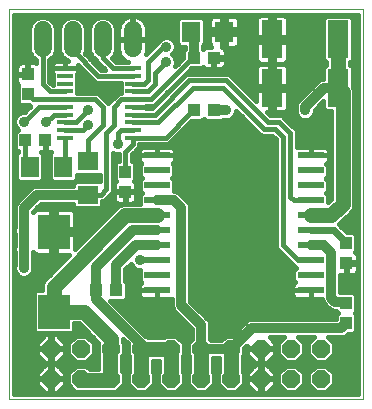
<source format=gtl>
G75*
%MOIN*%
%OFA0B0*%
%FSLAX25Y25*%
%IPPOS*%
%LPD*%
%AMOC8*
5,1,8,0,0,1.08239X$1,22.5*
%
%ADD10C,0.00000*%
%ADD11R,0.06299X0.07087*%
%ADD12R,0.08661X0.02362*%
%ADD13R,0.05315X0.01575*%
%ADD14R,0.03937X0.04331*%
%ADD15R,0.04331X0.03937*%
%ADD16R,0.07098X0.06299*%
%ADD17R,0.07087X0.12598*%
%ADD18OC8,0.06000*%
%ADD19C,0.06000*%
%ADD20R,0.06299X0.07098*%
%ADD21R,0.10630X0.11614*%
%ADD22C,0.01600*%
%ADD23C,0.03562*%
%ADD24C,0.03200*%
%ADD25C,0.05000*%
%ADD26C,0.02400*%
D10*
X0016800Y0033989D02*
X0016800Y0163910D01*
X0134910Y0163910D01*
X0134910Y0033989D01*
X0016800Y0033989D01*
D11*
X0077538Y0156489D03*
X0088562Y0156489D03*
D12*
X0066209Y0115239D03*
X0066209Y0110239D03*
X0066209Y0105239D03*
X0066209Y0100239D03*
X0066209Y0095239D03*
X0066209Y0090239D03*
X0066209Y0085239D03*
X0066209Y0080239D03*
X0066209Y0075239D03*
X0066209Y0070239D03*
X0117391Y0070239D03*
X0117391Y0075239D03*
X0117391Y0080239D03*
X0117391Y0085239D03*
X0117391Y0090239D03*
X0117391Y0095239D03*
X0117391Y0100239D03*
X0117391Y0105239D03*
X0117391Y0110239D03*
X0117391Y0115239D03*
D13*
X0058119Y0121223D03*
X0058119Y0123782D03*
X0058119Y0126341D03*
X0058119Y0128900D03*
X0058119Y0131459D03*
X0058119Y0134019D03*
X0058119Y0136578D03*
X0058119Y0139137D03*
X0058119Y0141696D03*
X0058119Y0144255D03*
X0035481Y0144255D03*
X0035481Y0141696D03*
X0035481Y0139137D03*
X0035481Y0136578D03*
X0035481Y0134019D03*
X0035481Y0131459D03*
X0035481Y0128900D03*
X0035481Y0126341D03*
X0035481Y0123782D03*
X0035481Y0121223D03*
D14*
X0028896Y0120239D03*
X0022204Y0120239D03*
X0023050Y0135643D03*
X0023050Y0142335D03*
X0055550Y0109835D03*
X0055550Y0103143D03*
X0078454Y0130239D03*
X0085146Y0130239D03*
X0129300Y0086085D03*
X0129300Y0079393D03*
X0129300Y0066085D03*
X0129300Y0059393D03*
D15*
X0085146Y0147739D03*
X0078454Y0147739D03*
X0052646Y0070239D03*
X0045954Y0070239D03*
D16*
X0043050Y0102141D03*
X0043050Y0113337D03*
D17*
X0104526Y0137739D03*
X0104526Y0153989D03*
X0126574Y0153989D03*
X0126574Y0137739D03*
D18*
X0120855Y0050800D03*
X0120855Y0040800D03*
X0110855Y0040800D03*
X0110855Y0050800D03*
X0100855Y0050800D03*
X0090855Y0050800D03*
X0090855Y0040800D03*
X0100855Y0040800D03*
X0080855Y0040800D03*
X0080855Y0050800D03*
X0070855Y0050800D03*
X0070855Y0040800D03*
X0060855Y0040800D03*
X0050855Y0040800D03*
X0050855Y0050800D03*
X0060855Y0050800D03*
X0040855Y0050800D03*
X0040855Y0040800D03*
X0030855Y0040800D03*
X0030855Y0050800D03*
D19*
X0028050Y0150989D02*
X0028050Y0156989D01*
X0038050Y0156989D02*
X0038050Y0150989D01*
X0048050Y0150989D02*
X0048050Y0156989D01*
X0058050Y0156989D02*
X0058050Y0150989D01*
D20*
X0034898Y0111489D03*
X0023702Y0111489D03*
D21*
X0031800Y0089776D03*
X0031800Y0063202D03*
D22*
X0038515Y0059302D02*
X0038515Y0056815D01*
X0037695Y0055994D01*
X0025905Y0055994D01*
X0025085Y0056815D01*
X0025085Y0069589D01*
X0025905Y0070409D01*
X0027900Y0070409D01*
X0027900Y0072265D01*
X0028494Y0073698D01*
X0029591Y0074795D01*
X0036965Y0082169D01*
X0032600Y0082169D01*
X0032600Y0088976D01*
X0031000Y0088976D01*
X0031000Y0082169D01*
X0026248Y0082169D01*
X0025790Y0082292D01*
X0025380Y0082529D01*
X0025045Y0082864D01*
X0024889Y0083134D01*
X0024800Y0082919D01*
X0024800Y0078809D01*
X0024981Y0078372D01*
X0024981Y0077106D01*
X0024497Y0075937D01*
X0023602Y0075042D01*
X0022433Y0074558D01*
X0021167Y0074558D01*
X0019998Y0075042D01*
X0019103Y0075937D01*
X0018619Y0077106D01*
X0018619Y0078372D01*
X0018800Y0078809D01*
X0018800Y0082919D01*
X0018619Y0083356D01*
X0018619Y0084622D01*
X0018800Y0085059D01*
X0018800Y0089169D01*
X0018619Y0089606D01*
X0018619Y0090872D01*
X0018800Y0091309D01*
X0018800Y0098336D01*
X0019257Y0099438D01*
X0024502Y0104684D01*
X0025605Y0105141D01*
X0038101Y0105141D01*
X0038101Y0105870D01*
X0038921Y0106690D01*
X0047100Y0106690D01*
X0047100Y0108788D01*
X0039448Y0108788D01*
X0039448Y0107360D01*
X0038628Y0106540D01*
X0031169Y0106540D01*
X0030349Y0107360D01*
X0030349Y0115618D01*
X0031004Y0116274D01*
X0029081Y0116274D01*
X0029081Y0120055D01*
X0028712Y0120055D01*
X0028712Y0116274D01*
X0027596Y0116274D01*
X0028251Y0115618D01*
X0028251Y0107360D01*
X0027431Y0106540D01*
X0019972Y0106540D01*
X0019152Y0107360D01*
X0019152Y0115618D01*
X0019972Y0116438D01*
X0020004Y0116438D01*
X0020004Y0116674D01*
X0019655Y0116674D01*
X0018835Y0117494D01*
X0018835Y0122984D01*
X0019655Y0123804D01*
X0019986Y0123804D01*
X0019103Y0124687D01*
X0018619Y0125856D01*
X0018619Y0127122D01*
X0019103Y0128291D01*
X0019998Y0129186D01*
X0021167Y0129670D01*
X0021870Y0129670D01*
X0024005Y0131805D01*
X0023861Y0131803D01*
X0023845Y0131819D01*
X0023822Y0131819D01*
X0023563Y0132077D01*
X0020502Y0132077D01*
X0019681Y0132897D01*
X0019681Y0138388D01*
X0020006Y0138712D01*
X0019976Y0138730D01*
X0019641Y0139065D01*
X0019404Y0139475D01*
X0019281Y0139933D01*
X0019281Y0142151D01*
X0022866Y0142151D01*
X0022866Y0142520D01*
X0022866Y0146301D01*
X0020845Y0146301D01*
X0020387Y0146178D01*
X0019976Y0145941D01*
X0019641Y0145606D01*
X0019404Y0145196D01*
X0019281Y0144738D01*
X0019281Y0142520D01*
X0022866Y0142520D01*
X0023234Y0142520D01*
X0023234Y0146301D01*
X0025255Y0146301D01*
X0025713Y0146178D01*
X0025850Y0146099D01*
X0025850Y0147138D01*
X0025558Y0147259D01*
X0024320Y0148497D01*
X0023650Y0150114D01*
X0023650Y0157864D01*
X0024320Y0159481D01*
X0025558Y0160719D01*
X0027175Y0161389D01*
X0028925Y0161389D01*
X0030542Y0160719D01*
X0031780Y0159481D01*
X0032450Y0157864D01*
X0032450Y0150114D01*
X0031780Y0148497D01*
X0030542Y0147259D01*
X0030250Y0147138D01*
X0030250Y0139900D01*
X0031373Y0138778D01*
X0031424Y0138778D01*
X0031424Y0142322D01*
X0031383Y0142362D01*
X0031146Y0142773D01*
X0031024Y0143230D01*
X0031024Y0144255D01*
X0035481Y0144255D01*
X0035481Y0146842D01*
X0032587Y0146842D01*
X0032129Y0146719D01*
X0031718Y0146482D01*
X0031383Y0146147D01*
X0031146Y0145737D01*
X0031024Y0145279D01*
X0031024Y0144255D01*
X0035481Y0144255D01*
X0035481Y0144255D01*
X0035481Y0146842D01*
X0036564Y0146842D01*
X0035558Y0147259D01*
X0034320Y0148497D01*
X0033650Y0150114D01*
X0033650Y0157864D01*
X0034320Y0159481D01*
X0035558Y0160719D01*
X0037175Y0161389D01*
X0038925Y0161389D01*
X0040542Y0160719D01*
X0041780Y0159481D01*
X0042450Y0157864D01*
X0042450Y0150114D01*
X0042109Y0149291D01*
X0047505Y0143896D01*
X0048782Y0143896D01*
X0047139Y0145539D01*
X0045850Y0146828D01*
X0045850Y0147138D01*
X0045558Y0147259D01*
X0044320Y0148497D01*
X0043650Y0150114D01*
X0043650Y0157864D01*
X0044320Y0159481D01*
X0045558Y0160719D01*
X0047175Y0161389D01*
X0048925Y0161389D01*
X0050542Y0160719D01*
X0051780Y0159481D01*
X0052450Y0157864D01*
X0052450Y0150114D01*
X0051780Y0148497D01*
X0051092Y0147808D01*
X0052446Y0146455D01*
X0056472Y0146455D01*
X0056207Y0146541D01*
X0055534Y0146884D01*
X0054923Y0147328D01*
X0054389Y0147862D01*
X0053945Y0148473D01*
X0053602Y0149146D01*
X0053368Y0149865D01*
X0053250Y0150611D01*
X0053250Y0153789D01*
X0057850Y0153789D01*
X0057850Y0154189D01*
X0057850Y0161789D01*
X0057672Y0161789D01*
X0056926Y0161671D01*
X0056207Y0161437D01*
X0055534Y0161094D01*
X0054923Y0160650D01*
X0054389Y0160116D01*
X0053945Y0159505D01*
X0053602Y0158832D01*
X0053368Y0158113D01*
X0053250Y0157367D01*
X0053250Y0154189D01*
X0057850Y0154189D01*
X0058250Y0154189D01*
X0058250Y0161789D01*
X0058428Y0161789D01*
X0059174Y0161671D01*
X0059893Y0161437D01*
X0060566Y0161094D01*
X0061177Y0160650D01*
X0061711Y0160116D01*
X0062155Y0159505D01*
X0062498Y0158832D01*
X0062732Y0158113D01*
X0062850Y0157367D01*
X0062850Y0154189D01*
X0058250Y0154189D01*
X0058250Y0153789D01*
X0062850Y0153789D01*
X0062850Y0150611D01*
X0062732Y0149865D01*
X0062498Y0149146D01*
X0062397Y0148947D01*
X0065850Y0152400D01*
X0066506Y0153056D01*
X0066603Y0153291D01*
X0067498Y0154186D01*
X0068667Y0154670D01*
X0069933Y0154670D01*
X0071102Y0154186D01*
X0071997Y0153291D01*
X0072481Y0152122D01*
X0072481Y0150856D01*
X0071997Y0149687D01*
X0071299Y0148989D01*
X0071997Y0148291D01*
X0072481Y0147122D01*
X0072481Y0145856D01*
X0072116Y0144976D01*
X0074888Y0147747D01*
X0074888Y0150287D01*
X0075454Y0150853D01*
X0075454Y0151546D01*
X0073809Y0151546D01*
X0072989Y0152366D01*
X0072989Y0160612D01*
X0073809Y0161432D01*
X0081268Y0161432D01*
X0082088Y0160612D01*
X0082088Y0152366D01*
X0081454Y0151732D01*
X0081454Y0150853D01*
X0081523Y0150783D01*
X0081541Y0150813D01*
X0081876Y0151148D01*
X0082286Y0151385D01*
X0082744Y0151507D01*
X0084305Y0151507D01*
X0083972Y0151840D01*
X0083735Y0152251D01*
X0083612Y0152709D01*
X0083612Y0155714D01*
X0087787Y0155714D01*
X0089337Y0155714D01*
X0089337Y0157264D01*
X0093511Y0157264D01*
X0093511Y0160269D01*
X0093389Y0160727D01*
X0093152Y0161138D01*
X0092817Y0161473D01*
X0092406Y0161710D01*
X0091948Y0161832D01*
X0089337Y0161832D01*
X0089337Y0157264D01*
X0087787Y0157264D01*
X0087787Y0161832D01*
X0085175Y0161832D01*
X0084717Y0161710D01*
X0084307Y0161473D01*
X0083972Y0161138D01*
X0083735Y0160727D01*
X0083612Y0160269D01*
X0083612Y0157264D01*
X0087787Y0157264D01*
X0087787Y0155714D01*
X0087787Y0151444D01*
X0088007Y0151385D01*
X0088417Y0151148D01*
X0088752Y0150813D01*
X0088989Y0150402D01*
X0089112Y0149944D01*
X0089112Y0147923D01*
X0085331Y0147923D01*
X0085331Y0147555D01*
X0089112Y0147555D01*
X0089112Y0145533D01*
X0088989Y0145076D01*
X0088752Y0144665D01*
X0088417Y0144330D01*
X0088007Y0144093D01*
X0087549Y0143970D01*
X0085331Y0143970D01*
X0085331Y0147555D01*
X0084962Y0147555D01*
X0084962Y0143970D01*
X0082744Y0143970D01*
X0082286Y0144093D01*
X0081876Y0144330D01*
X0081541Y0144665D01*
X0081523Y0144695D01*
X0081199Y0144370D01*
X0077734Y0144370D01*
X0065182Y0131819D01*
X0062576Y0131819D01*
X0062576Y0131459D01*
X0058119Y0131459D01*
X0058119Y0131459D01*
X0062576Y0131459D01*
X0062576Y0131100D01*
X0064550Y0131100D01*
X0074600Y0141150D01*
X0075889Y0142439D01*
X0090211Y0142439D01*
X0099183Y0133467D01*
X0099183Y0136939D01*
X0103726Y0136939D01*
X0103726Y0138539D01*
X0099183Y0138539D01*
X0099183Y0144275D01*
X0099306Y0144733D01*
X0099543Y0145143D01*
X0099878Y0145479D01*
X0100288Y0145716D01*
X0100746Y0145838D01*
X0103726Y0145838D01*
X0103726Y0138539D01*
X0105326Y0138539D01*
X0105326Y0145838D01*
X0108307Y0145838D01*
X0108764Y0145716D01*
X0109175Y0145479D01*
X0109510Y0145143D01*
X0109747Y0144733D01*
X0109870Y0144275D01*
X0109870Y0138539D01*
X0105326Y0138539D01*
X0105326Y0136939D01*
X0105326Y0129640D01*
X0108307Y0129640D01*
X0108764Y0129762D01*
X0109175Y0129999D01*
X0109510Y0130335D01*
X0109747Y0130745D01*
X0109870Y0131203D01*
X0109870Y0136939D01*
X0105326Y0136939D01*
X0103726Y0136939D01*
X0103726Y0129640D01*
X0103010Y0129640D01*
X0103961Y0128689D01*
X0107711Y0128689D01*
X0109000Y0127400D01*
X0112750Y0123650D01*
X0112750Y0118201D01*
X0112823Y0118220D01*
X0117390Y0118220D01*
X0117390Y0115239D01*
X0117391Y0115239D01*
X0123521Y0115239D01*
X0123521Y0116657D01*
X0123399Y0117115D01*
X0123162Y0117525D01*
X0122826Y0117860D01*
X0122416Y0118097D01*
X0121958Y0118220D01*
X0117391Y0118220D01*
X0117391Y0115239D01*
X0117391Y0115239D01*
X0123521Y0115239D01*
X0123521Y0113821D01*
X0123399Y0113363D01*
X0123162Y0112953D01*
X0122826Y0112618D01*
X0122622Y0112499D01*
X0123121Y0112000D01*
X0123121Y0108478D01*
X0122382Y0107739D01*
X0123121Y0107000D01*
X0123121Y0103478D01*
X0122382Y0102739D01*
X0123121Y0102000D01*
X0123121Y0099576D01*
X0124150Y0100604D01*
X0124150Y0130040D01*
X0122450Y0130040D01*
X0121630Y0130860D01*
X0121630Y0133327D01*
X0118731Y0130427D01*
X0118731Y0129606D01*
X0118247Y0128437D01*
X0117352Y0127542D01*
X0116183Y0127058D01*
X0114917Y0127058D01*
X0113748Y0127542D01*
X0112853Y0128437D01*
X0112369Y0129606D01*
X0112369Y0130872D01*
X0112550Y0131309D01*
X0112550Y0132086D01*
X0113007Y0133188D01*
X0113851Y0134032D01*
X0119257Y0139438D01*
X0120101Y0140282D01*
X0121203Y0140739D01*
X0121630Y0140739D01*
X0121630Y0144618D01*
X0122450Y0145438D01*
X0122674Y0145438D01*
X0122674Y0146290D01*
X0122450Y0146290D01*
X0121630Y0147110D01*
X0121630Y0160868D01*
X0122450Y0161688D01*
X0130697Y0161688D01*
X0131517Y0160868D01*
X0131517Y0147110D01*
X0130697Y0146290D01*
X0130474Y0146290D01*
X0130474Y0145438D01*
X0130697Y0145438D01*
X0131517Y0144618D01*
X0131517Y0138084D01*
X0131950Y0137038D01*
X0131950Y0098213D01*
X0131356Y0096780D01*
X0127606Y0093030D01*
X0126819Y0092243D01*
X0129412Y0089651D01*
X0131848Y0089651D01*
X0132668Y0088831D01*
X0132668Y0083340D01*
X0132344Y0083015D01*
X0132374Y0082998D01*
X0132709Y0082663D01*
X0132946Y0082253D01*
X0133068Y0081795D01*
X0133068Y0079577D01*
X0129484Y0079577D01*
X0129484Y0079208D01*
X0129484Y0075427D01*
X0131505Y0075427D01*
X0131963Y0075550D01*
X0132374Y0075787D01*
X0132709Y0076122D01*
X0132946Y0076532D01*
X0133068Y0076990D01*
X0133068Y0079208D01*
X0129484Y0079208D01*
X0129116Y0079208D01*
X0129116Y0075427D01*
X0127300Y0075427D01*
X0127300Y0069651D01*
X0131848Y0069651D01*
X0132668Y0068831D01*
X0132668Y0063340D01*
X0132067Y0062739D01*
X0132668Y0062138D01*
X0132668Y0056647D01*
X0131848Y0055827D01*
X0129977Y0055827D01*
X0129346Y0055196D01*
X0128243Y0054739D01*
X0123139Y0054739D01*
X0125255Y0052623D01*
X0125255Y0048977D01*
X0122678Y0046400D01*
X0119033Y0046400D01*
X0116455Y0048977D01*
X0116455Y0052623D01*
X0118572Y0054739D01*
X0113139Y0054739D01*
X0115255Y0052623D01*
X0115255Y0048977D01*
X0112678Y0046400D01*
X0109033Y0046400D01*
X0106455Y0048977D01*
X0106455Y0052623D01*
X0108572Y0054739D01*
X0103704Y0054739D01*
X0105655Y0052788D01*
X0105655Y0051000D01*
X0101055Y0051000D01*
X0101055Y0050600D01*
X0101055Y0046000D01*
X0102843Y0046000D01*
X0105655Y0048812D01*
X0105655Y0050600D01*
X0101055Y0050600D01*
X0100655Y0050600D01*
X0096055Y0050600D01*
X0096055Y0048812D01*
X0098867Y0046000D01*
X0100655Y0046000D01*
X0100655Y0050600D01*
X0100655Y0051000D01*
X0096055Y0051000D01*
X0096055Y0051757D01*
X0095255Y0050957D01*
X0095255Y0048977D01*
X0094755Y0048477D01*
X0094755Y0043123D01*
X0095255Y0042623D01*
X0095255Y0038977D01*
X0092678Y0036400D01*
X0089033Y0036400D01*
X0086455Y0038977D01*
X0086455Y0042623D01*
X0086955Y0043123D01*
X0086955Y0047800D01*
X0084755Y0047800D01*
X0084755Y0043123D01*
X0085255Y0042623D01*
X0085255Y0038977D01*
X0082678Y0036400D01*
X0079033Y0036400D01*
X0076455Y0038977D01*
X0076455Y0042623D01*
X0076955Y0043123D01*
X0076955Y0048477D01*
X0076455Y0048977D01*
X0076455Y0052623D01*
X0077855Y0054023D01*
X0077855Y0057441D01*
X0072601Y0062696D01*
X0071757Y0063540D01*
X0071300Y0064642D01*
X0071300Y0067418D01*
X0071235Y0067381D01*
X0070777Y0067258D01*
X0066209Y0067258D01*
X0066209Y0070239D01*
X0066209Y0070239D01*
X0060079Y0070239D01*
X0060079Y0068821D01*
X0060201Y0068363D01*
X0060438Y0067953D01*
X0060774Y0067618D01*
X0061184Y0067381D01*
X0061642Y0067258D01*
X0066209Y0067258D01*
X0066209Y0070239D01*
X0060079Y0070239D01*
X0060079Y0071657D01*
X0060201Y0072115D01*
X0060438Y0072525D01*
X0060774Y0072860D01*
X0060978Y0072979D01*
X0060479Y0073478D01*
X0060479Y0077000D01*
X0060537Y0077058D01*
X0059917Y0077058D01*
X0058748Y0077542D01*
X0057853Y0078437D01*
X0057527Y0079224D01*
X0055646Y0077343D01*
X0055646Y0073353D01*
X0056212Y0072787D01*
X0056212Y0067691D01*
X0055392Y0066870D01*
X0050661Y0066870D01*
X0062332Y0055200D01*
X0062678Y0055200D01*
X0063178Y0054700D01*
X0068533Y0054700D01*
X0069033Y0055200D01*
X0072678Y0055200D01*
X0075255Y0052623D01*
X0075255Y0048977D01*
X0074755Y0048477D01*
X0074755Y0043123D01*
X0075255Y0042623D01*
X0075255Y0038977D01*
X0072678Y0036400D01*
X0069033Y0036400D01*
X0066455Y0038977D01*
X0066455Y0042623D01*
X0066955Y0043123D01*
X0066955Y0046900D01*
X0064755Y0046900D01*
X0064755Y0043123D01*
X0065255Y0042623D01*
X0065255Y0038977D01*
X0062678Y0036400D01*
X0059033Y0036400D01*
X0056455Y0038977D01*
X0056455Y0042623D01*
X0056955Y0043123D01*
X0056955Y0048477D01*
X0056455Y0048977D01*
X0056455Y0052591D01*
X0054893Y0054153D01*
X0054893Y0054108D01*
X0054928Y0054009D01*
X0054893Y0053336D01*
X0054893Y0052985D01*
X0055255Y0052623D01*
X0055255Y0048977D01*
X0054450Y0048172D01*
X0054450Y0043428D01*
X0055255Y0042623D01*
X0055255Y0038977D01*
X0052678Y0036400D01*
X0051473Y0036400D01*
X0051326Y0036339D01*
X0039774Y0036339D01*
X0039627Y0036400D01*
X0039033Y0036400D01*
X0038612Y0036820D01*
X0038341Y0036933D01*
X0037244Y0038030D01*
X0037131Y0038301D01*
X0036455Y0038977D01*
X0036455Y0042623D01*
X0039033Y0045200D01*
X0042678Y0045200D01*
X0043739Y0044139D01*
X0046650Y0044139D01*
X0046650Y0048783D01*
X0046455Y0048977D01*
X0046455Y0052623D01*
X0046650Y0052817D01*
X0040165Y0059302D01*
X0038515Y0059302D01*
X0038515Y0057967D02*
X0041500Y0057967D01*
X0043098Y0056368D02*
X0038069Y0056368D01*
X0039033Y0055200D02*
X0036455Y0052623D01*
X0036455Y0048977D01*
X0039033Y0046400D01*
X0042678Y0046400D01*
X0045255Y0048977D01*
X0045255Y0052623D01*
X0042678Y0055200D01*
X0039033Y0055200D01*
X0038602Y0054770D02*
X0033674Y0054770D01*
X0032843Y0055600D02*
X0031055Y0055600D01*
X0031055Y0051000D01*
X0030655Y0051000D01*
X0030655Y0050600D01*
X0026055Y0050600D01*
X0026055Y0048812D01*
X0028867Y0046000D01*
X0030655Y0046000D01*
X0030655Y0050600D01*
X0031055Y0050600D01*
X0031055Y0046000D01*
X0032843Y0046000D01*
X0035655Y0048812D01*
X0035655Y0050600D01*
X0031055Y0050600D01*
X0031055Y0051000D01*
X0035655Y0051000D01*
X0035655Y0052788D01*
X0032843Y0055600D01*
X0035272Y0053171D02*
X0037004Y0053171D01*
X0036455Y0051573D02*
X0035655Y0051573D01*
X0035655Y0049974D02*
X0036455Y0049974D01*
X0037057Y0048376D02*
X0035219Y0048376D01*
X0033620Y0046777D02*
X0038656Y0046777D01*
X0039011Y0045179D02*
X0033265Y0045179D01*
X0032843Y0045600D02*
X0031055Y0045600D01*
X0031055Y0041000D01*
X0030655Y0041000D01*
X0030655Y0040600D01*
X0026055Y0040600D01*
X0026055Y0038812D01*
X0028867Y0036000D01*
X0030655Y0036000D01*
X0030655Y0040600D01*
X0031055Y0040600D01*
X0031055Y0036000D01*
X0032843Y0036000D01*
X0035655Y0038812D01*
X0035655Y0040600D01*
X0031055Y0040600D01*
X0031055Y0041000D01*
X0035655Y0041000D01*
X0035655Y0042788D01*
X0032843Y0045600D01*
X0034863Y0043580D02*
X0037413Y0043580D01*
X0036455Y0041982D02*
X0035655Y0041982D01*
X0035655Y0040383D02*
X0036455Y0040383D01*
X0036648Y0038785D02*
X0035628Y0038785D01*
X0034029Y0037186D02*
X0038088Y0037186D01*
X0031055Y0037186D02*
X0030655Y0037186D01*
X0030655Y0038785D02*
X0031055Y0038785D01*
X0031055Y0040383D02*
X0030655Y0040383D01*
X0030655Y0041000D02*
X0026055Y0041000D01*
X0026055Y0042788D01*
X0028867Y0045600D01*
X0030655Y0045600D01*
X0030655Y0041000D01*
X0030655Y0041982D02*
X0031055Y0041982D01*
X0031055Y0043580D02*
X0030655Y0043580D01*
X0030655Y0045179D02*
X0031055Y0045179D01*
X0031055Y0046777D02*
X0030655Y0046777D01*
X0030655Y0048376D02*
X0031055Y0048376D01*
X0031055Y0049974D02*
X0030655Y0049974D01*
X0030655Y0051000D02*
X0026055Y0051000D01*
X0026055Y0052788D01*
X0028867Y0055600D01*
X0030655Y0055600D01*
X0030655Y0051000D01*
X0030655Y0051573D02*
X0031055Y0051573D01*
X0031055Y0053171D02*
X0030655Y0053171D01*
X0030655Y0054770D02*
X0031055Y0054770D01*
X0028037Y0054770D02*
X0018600Y0054770D01*
X0018600Y0056368D02*
X0025531Y0056368D01*
X0025085Y0057967D02*
X0018600Y0057967D01*
X0018600Y0059565D02*
X0025085Y0059565D01*
X0025085Y0061164D02*
X0018600Y0061164D01*
X0018600Y0062762D02*
X0025085Y0062762D01*
X0025085Y0064361D02*
X0018600Y0064361D01*
X0018600Y0065959D02*
X0025085Y0065959D01*
X0025085Y0067558D02*
X0018600Y0067558D01*
X0018600Y0069156D02*
X0025085Y0069156D01*
X0027900Y0070755D02*
X0018600Y0070755D01*
X0018600Y0072353D02*
X0027937Y0072353D01*
X0028747Y0073952D02*
X0018600Y0073952D01*
X0018600Y0075550D02*
X0019490Y0075550D01*
X0018619Y0077149D02*
X0018600Y0077149D01*
X0018600Y0078747D02*
X0018774Y0078747D01*
X0018800Y0080346D02*
X0018600Y0080346D01*
X0018600Y0081944D02*
X0018800Y0081944D01*
X0018619Y0083543D02*
X0018600Y0083543D01*
X0018600Y0085141D02*
X0018800Y0085141D01*
X0018800Y0086740D02*
X0018600Y0086740D01*
X0018600Y0088338D02*
X0018800Y0088338D01*
X0018619Y0089937D02*
X0018600Y0089937D01*
X0018600Y0091535D02*
X0018800Y0091535D01*
X0018800Y0093134D02*
X0018600Y0093134D01*
X0018600Y0094732D02*
X0018800Y0094732D01*
X0018800Y0096331D02*
X0018600Y0096331D01*
X0018600Y0097929D02*
X0018800Y0097929D01*
X0018600Y0099528D02*
X0019346Y0099528D01*
X0018600Y0101126D02*
X0020945Y0101126D01*
X0022543Y0102725D02*
X0018600Y0102725D01*
X0018600Y0104323D02*
X0024142Y0104323D01*
X0028251Y0107520D02*
X0030349Y0107520D01*
X0030349Y0109119D02*
X0028251Y0109119D01*
X0028251Y0110718D02*
X0030349Y0110718D01*
X0030349Y0112316D02*
X0028251Y0112316D01*
X0028251Y0113915D02*
X0030349Y0113915D01*
X0030349Y0115513D02*
X0028251Y0115513D01*
X0028712Y0117112D02*
X0029081Y0117112D01*
X0029081Y0118710D02*
X0028712Y0118710D01*
X0035481Y0121223D02*
X0035481Y0114572D01*
X0034898Y0111489D01*
X0039448Y0107520D02*
X0047100Y0107520D01*
X0049300Y0103989D02*
X0049300Y0122739D01*
X0051800Y0125239D01*
X0051800Y0131489D01*
X0054330Y0134019D01*
X0058119Y0134019D01*
X0064270Y0134019D01*
X0077991Y0147739D01*
X0078454Y0147739D01*
X0077649Y0144286D02*
X0081952Y0144286D01*
X0084962Y0144286D02*
X0085331Y0144286D01*
X0085331Y0145885D02*
X0084962Y0145885D01*
X0084962Y0147483D02*
X0085331Y0147483D01*
X0089112Y0147483D02*
X0099183Y0147483D01*
X0099183Y0147453D02*
X0099306Y0146995D01*
X0099543Y0146585D01*
X0099878Y0146249D01*
X0100288Y0146012D01*
X0100746Y0145890D01*
X0103726Y0145890D01*
X0103726Y0153189D01*
X0099183Y0153189D01*
X0099183Y0147453D01*
X0099183Y0149082D02*
X0089112Y0149082D01*
X0088829Y0150680D02*
X0099183Y0150680D01*
X0099183Y0152279D02*
X0093396Y0152279D01*
X0093389Y0152251D02*
X0093511Y0152709D01*
X0093511Y0155714D01*
X0089337Y0155714D01*
X0089337Y0151146D01*
X0091948Y0151146D01*
X0092406Y0151268D01*
X0092817Y0151505D01*
X0093152Y0151840D01*
X0093389Y0152251D01*
X0093511Y0153877D02*
X0103726Y0153877D01*
X0103726Y0153189D02*
X0103726Y0154789D01*
X0099183Y0154789D01*
X0099183Y0160525D01*
X0099306Y0160983D01*
X0099543Y0161393D01*
X0099878Y0161729D01*
X0100288Y0161966D01*
X0100746Y0162088D01*
X0103726Y0162088D01*
X0103726Y0154789D01*
X0105326Y0154789D01*
X0105326Y0162088D01*
X0108307Y0162088D01*
X0108764Y0161966D01*
X0109175Y0161729D01*
X0109510Y0161393D01*
X0109747Y0160983D01*
X0109870Y0160525D01*
X0109870Y0154789D01*
X0105326Y0154789D01*
X0105326Y0153189D01*
X0105326Y0145890D01*
X0108307Y0145890D01*
X0108764Y0146012D01*
X0109175Y0146249D01*
X0109510Y0146585D01*
X0109747Y0146995D01*
X0109870Y0147453D01*
X0109870Y0153189D01*
X0105326Y0153189D01*
X0103726Y0153189D01*
X0103726Y0152279D02*
X0105326Y0152279D01*
X0105326Y0153877D02*
X0121630Y0153877D01*
X0121630Y0152279D02*
X0109870Y0152279D01*
X0109870Y0150680D02*
X0121630Y0150680D01*
X0121630Y0149082D02*
X0109870Y0149082D01*
X0109870Y0147483D02*
X0121630Y0147483D01*
X0122674Y0145885D02*
X0089112Y0145885D01*
X0088341Y0144286D02*
X0099186Y0144286D01*
X0099183Y0142688D02*
X0076051Y0142688D01*
X0074539Y0141089D02*
X0074452Y0141089D01*
X0072940Y0139491D02*
X0072854Y0139491D01*
X0071342Y0137892D02*
X0071255Y0137892D01*
X0069743Y0136294D02*
X0069657Y0136294D01*
X0068145Y0134695D02*
X0068058Y0134695D01*
X0066546Y0133097D02*
X0066460Y0133097D01*
X0064948Y0131498D02*
X0062576Y0131498D01*
X0065461Y0128900D02*
X0076800Y0140239D01*
X0089300Y0140239D01*
X0103050Y0126489D01*
X0106800Y0126489D01*
X0110550Y0122739D01*
X0110550Y0101489D01*
X0111800Y0100239D01*
X0117391Y0100239D01*
X0122396Y0102725D02*
X0124150Y0102725D01*
X0124150Y0104323D02*
X0123121Y0104323D01*
X0123121Y0105922D02*
X0124150Y0105922D01*
X0124150Y0107520D02*
X0122601Y0107520D01*
X0123121Y0109119D02*
X0124150Y0109119D01*
X0124150Y0110718D02*
X0123121Y0110718D01*
X0122805Y0112316D02*
X0124150Y0112316D01*
X0124150Y0113915D02*
X0123521Y0113915D01*
X0123521Y0115513D02*
X0124150Y0115513D01*
X0124150Y0117112D02*
X0123399Y0117112D01*
X0124150Y0118710D02*
X0112750Y0118710D01*
X0112750Y0120309D02*
X0124150Y0120309D01*
X0124150Y0121907D02*
X0112750Y0121907D01*
X0112750Y0123506D02*
X0124150Y0123506D01*
X0124150Y0125104D02*
X0111296Y0125104D01*
X0109698Y0126703D02*
X0124150Y0126703D01*
X0124150Y0128301D02*
X0118111Y0128301D01*
X0118731Y0129900D02*
X0124150Y0129900D01*
X0121630Y0131498D02*
X0119802Y0131498D01*
X0121400Y0133097D02*
X0121630Y0133097D01*
X0117711Y0137892D02*
X0105326Y0137892D01*
X0105326Y0136294D02*
X0103726Y0136294D01*
X0103726Y0137892D02*
X0094758Y0137892D01*
X0096357Y0136294D02*
X0099183Y0136294D01*
X0099183Y0134695D02*
X0097955Y0134695D01*
X0099183Y0139491D02*
X0093160Y0139491D01*
X0091561Y0141089D02*
X0099183Y0141089D01*
X0103726Y0141089D02*
X0105326Y0141089D01*
X0105326Y0139491D02*
X0103726Y0139491D01*
X0103726Y0142688D02*
X0105326Y0142688D01*
X0105326Y0144286D02*
X0103726Y0144286D01*
X0103726Y0147483D02*
X0105326Y0147483D01*
X0105326Y0149082D02*
X0103726Y0149082D01*
X0103726Y0150680D02*
X0105326Y0150680D01*
X0105326Y0155476D02*
X0103726Y0155476D01*
X0103726Y0157074D02*
X0105326Y0157074D01*
X0105326Y0158673D02*
X0103726Y0158673D01*
X0103726Y0160271D02*
X0105326Y0160271D01*
X0105326Y0161870D02*
X0103726Y0161870D01*
X0100123Y0161870D02*
X0018600Y0161870D01*
X0018600Y0162110D02*
X0133110Y0162110D01*
X0133110Y0035789D01*
X0018600Y0035789D01*
X0018600Y0162110D01*
X0018600Y0160271D02*
X0025110Y0160271D01*
X0023985Y0158673D02*
X0018600Y0158673D01*
X0018600Y0157074D02*
X0023650Y0157074D01*
X0023650Y0155476D02*
X0018600Y0155476D01*
X0018600Y0153877D02*
X0023650Y0153877D01*
X0023650Y0152279D02*
X0018600Y0152279D01*
X0018600Y0150680D02*
X0023650Y0150680D01*
X0024077Y0149082D02*
X0018600Y0149082D01*
X0018600Y0147483D02*
X0025333Y0147483D01*
X0023234Y0145885D02*
X0022866Y0145885D01*
X0022866Y0144286D02*
X0023234Y0144286D01*
X0023234Y0142688D02*
X0022866Y0142688D01*
X0019920Y0145885D02*
X0018600Y0145885D01*
X0018600Y0144286D02*
X0019281Y0144286D01*
X0019281Y0142688D02*
X0018600Y0142688D01*
X0018600Y0141089D02*
X0019281Y0141089D01*
X0019400Y0139491D02*
X0018600Y0139491D01*
X0018600Y0137892D02*
X0019681Y0137892D01*
X0019681Y0136294D02*
X0018600Y0136294D01*
X0018600Y0134695D02*
X0019681Y0134695D01*
X0019681Y0133097D02*
X0018600Y0133097D01*
X0018600Y0131498D02*
X0023698Y0131498D01*
X0022099Y0129900D02*
X0018600Y0129900D01*
X0018600Y0128301D02*
X0019113Y0128301D01*
X0018619Y0126703D02*
X0018600Y0126703D01*
X0018600Y0125104D02*
X0018930Y0125104D01*
X0018600Y0123506D02*
X0019356Y0123506D01*
X0018835Y0121907D02*
X0018600Y0121907D01*
X0018600Y0120309D02*
X0018835Y0120309D01*
X0018835Y0118710D02*
X0018600Y0118710D01*
X0018600Y0117112D02*
X0019217Y0117112D01*
X0019152Y0115513D02*
X0018600Y0115513D01*
X0018600Y0113915D02*
X0019152Y0113915D01*
X0019152Y0112316D02*
X0018600Y0112316D01*
X0018600Y0110718D02*
X0019152Y0110718D01*
X0019152Y0109119D02*
X0018600Y0109119D01*
X0018600Y0107520D02*
X0019152Y0107520D01*
X0018600Y0105922D02*
X0038153Y0105922D01*
X0043050Y0102141D02*
X0047452Y0102141D01*
X0049300Y0103989D01*
X0051500Y0104323D02*
X0051781Y0104323D01*
X0051781Y0103327D02*
X0051781Y0105545D01*
X0051904Y0106003D01*
X0052141Y0106413D01*
X0052476Y0106748D01*
X0052506Y0106765D01*
X0052181Y0107090D01*
X0052181Y0112581D01*
X0053002Y0113401D01*
X0053350Y0113401D01*
X0053350Y0115808D01*
X0052417Y0115808D01*
X0051500Y0116188D01*
X0051500Y0103078D01*
X0050211Y0101789D01*
X0048363Y0099941D01*
X0047999Y0099941D01*
X0047999Y0098411D01*
X0047179Y0097591D01*
X0038921Y0097591D01*
X0038101Y0098411D01*
X0038101Y0099141D01*
X0027444Y0099141D01*
X0024800Y0096496D01*
X0024800Y0096249D01*
X0024808Y0096278D01*
X0025045Y0096689D01*
X0025380Y0097024D01*
X0025790Y0097261D01*
X0026248Y0097383D01*
X0031000Y0097383D01*
X0031000Y0090576D01*
X0032600Y0090576D01*
X0038915Y0090576D01*
X0038915Y0095820D01*
X0038792Y0096278D01*
X0038555Y0096689D01*
X0038220Y0097024D01*
X0037810Y0097261D01*
X0037352Y0097383D01*
X0032600Y0097383D01*
X0032600Y0090576D01*
X0032600Y0088976D01*
X0038915Y0088976D01*
X0038915Y0084119D01*
X0053341Y0098545D01*
X0054774Y0099139D01*
X0060479Y0099139D01*
X0060479Y0102000D01*
X0061218Y0102739D01*
X0060479Y0103478D01*
X0060479Y0107000D01*
X0061218Y0107739D01*
X0060479Y0108478D01*
X0060479Y0112000D01*
X0060978Y0112499D01*
X0060774Y0112618D01*
X0060438Y0112953D01*
X0060201Y0113363D01*
X0060079Y0113821D01*
X0060079Y0115239D01*
X0066209Y0115239D01*
X0066209Y0115239D01*
X0060079Y0115239D01*
X0060079Y0116657D01*
X0060201Y0117115D01*
X0060438Y0117525D01*
X0060774Y0117860D01*
X0061184Y0118097D01*
X0061642Y0118220D01*
X0066209Y0118220D01*
X0066209Y0115239D01*
X0066209Y0115239D01*
X0066209Y0118220D01*
X0070777Y0118220D01*
X0071235Y0118097D01*
X0071645Y0117860D01*
X0071981Y0117525D01*
X0072217Y0117115D01*
X0072340Y0116657D01*
X0072340Y0115239D01*
X0066210Y0115239D01*
X0066210Y0115239D01*
X0072340Y0115239D01*
X0072340Y0113821D01*
X0072217Y0113363D01*
X0071981Y0112953D01*
X0071645Y0112618D01*
X0071441Y0112499D01*
X0071940Y0112000D01*
X0071940Y0108478D01*
X0071201Y0107739D01*
X0071940Y0107000D01*
X0071940Y0103478D01*
X0071701Y0103239D01*
X0072397Y0103239D01*
X0073499Y0102782D01*
X0075999Y0100282D01*
X0075999Y0100282D01*
X0076843Y0099438D01*
X0077300Y0098336D01*
X0077300Y0066482D01*
X0083398Y0060383D01*
X0083855Y0059281D01*
X0083855Y0054023D01*
X0084078Y0053800D01*
X0087633Y0053800D01*
X0089033Y0055200D01*
X0091012Y0055200D01*
X0096095Y0060282D01*
X0097197Y0060739D01*
X0125931Y0060739D01*
X0125931Y0062138D01*
X0126533Y0062739D01*
X0125931Y0063340D01*
X0125931Y0063489D01*
X0124953Y0063489D01*
X0123851Y0063946D01*
X0123007Y0064790D01*
X0121757Y0066040D01*
X0121300Y0067142D01*
X0121300Y0067258D01*
X0117391Y0067258D01*
X0117391Y0070239D01*
X0117390Y0070239D01*
X0111260Y0070239D01*
X0117390Y0070239D01*
X0117390Y0070239D01*
X0117390Y0067258D01*
X0112823Y0067258D01*
X0112365Y0067381D01*
X0111955Y0067618D01*
X0111619Y0067953D01*
X0111383Y0068363D01*
X0111260Y0068821D01*
X0111260Y0070239D01*
X0111260Y0071657D01*
X0111383Y0072115D01*
X0111619Y0072525D01*
X0111955Y0072860D01*
X0112159Y0072979D01*
X0111660Y0073478D01*
X0111660Y0077000D01*
X0112399Y0077739D01*
X0111660Y0078478D01*
X0111660Y0078518D01*
X0110850Y0079328D01*
X0105850Y0084328D01*
X0105850Y0120578D01*
X0104639Y0121789D01*
X0100889Y0121789D01*
X0092481Y0130197D01*
X0092481Y0129606D01*
X0091997Y0128437D01*
X0091102Y0127542D01*
X0089933Y0127058D01*
X0088667Y0127058D01*
X0088251Y0127230D01*
X0087695Y0126674D01*
X0082598Y0126674D01*
X0081800Y0127472D01*
X0081002Y0126674D01*
X0077596Y0126674D01*
X0069946Y0119023D01*
X0060319Y0119023D01*
X0060319Y0118147D01*
X0059030Y0116858D01*
X0059030Y0116858D01*
X0057750Y0115578D01*
X0057750Y0113401D01*
X0058098Y0113401D01*
X0058918Y0112581D01*
X0058918Y0107090D01*
X0058594Y0106765D01*
X0058624Y0106748D01*
X0058959Y0106413D01*
X0059196Y0106003D01*
X0059318Y0105545D01*
X0059318Y0103327D01*
X0055734Y0103327D01*
X0055734Y0102958D01*
X0055734Y0099177D01*
X0057755Y0099177D01*
X0058213Y0099300D01*
X0058624Y0099537D01*
X0058959Y0099872D01*
X0059196Y0100282D01*
X0059318Y0100740D01*
X0059318Y0102958D01*
X0055734Y0102958D01*
X0055366Y0102958D01*
X0055366Y0099177D01*
X0053345Y0099177D01*
X0052887Y0099300D01*
X0052476Y0099537D01*
X0052141Y0099872D01*
X0051904Y0100282D01*
X0051781Y0100740D01*
X0051781Y0102958D01*
X0055366Y0102958D01*
X0055366Y0103327D01*
X0051781Y0103327D01*
X0051781Y0102725D02*
X0051147Y0102725D01*
X0051781Y0101126D02*
X0049549Y0101126D01*
X0047999Y0099528D02*
X0052492Y0099528D01*
X0052725Y0097929D02*
X0047518Y0097929D01*
X0049528Y0094732D02*
X0038915Y0094732D01*
X0038915Y0093134D02*
X0047930Y0093134D01*
X0046331Y0091535D02*
X0038915Y0091535D01*
X0038915Y0088338D02*
X0043134Y0088338D01*
X0044732Y0089937D02*
X0032600Y0089937D01*
X0032600Y0091535D02*
X0031000Y0091535D01*
X0031000Y0093134D02*
X0032600Y0093134D01*
X0032600Y0094732D02*
X0031000Y0094732D01*
X0031000Y0096331D02*
X0032600Y0096331D01*
X0038582Y0097929D02*
X0026233Y0097929D01*
X0024838Y0096331D02*
X0024800Y0096331D01*
X0031000Y0088338D02*
X0032600Y0088338D01*
X0032600Y0086740D02*
X0031000Y0086740D01*
X0031000Y0085141D02*
X0032600Y0085141D01*
X0032600Y0083543D02*
X0031000Y0083543D01*
X0035141Y0080346D02*
X0024800Y0080346D01*
X0024800Y0081944D02*
X0036740Y0081944D01*
X0038915Y0085141D02*
X0039937Y0085141D01*
X0038915Y0086740D02*
X0041535Y0086740D01*
X0038762Y0096331D02*
X0051127Y0096331D01*
X0055366Y0099528D02*
X0055734Y0099528D01*
X0055734Y0101126D02*
X0055366Y0101126D01*
X0055366Y0102725D02*
X0055734Y0102725D01*
X0059318Y0102725D02*
X0061204Y0102725D01*
X0060479Y0104323D02*
X0059318Y0104323D01*
X0059217Y0105922D02*
X0060479Y0105922D01*
X0060999Y0107520D02*
X0058918Y0107520D01*
X0058918Y0109119D02*
X0060479Y0109119D01*
X0060479Y0110718D02*
X0058918Y0110718D01*
X0058918Y0112316D02*
X0060795Y0112316D01*
X0060079Y0113915D02*
X0057750Y0113915D01*
X0057750Y0115513D02*
X0060079Y0115513D01*
X0060201Y0117112D02*
X0059284Y0117112D01*
X0060319Y0118710D02*
X0105850Y0118710D01*
X0105850Y0117112D02*
X0072218Y0117112D01*
X0072340Y0115513D02*
X0105850Y0115513D01*
X0105850Y0113915D02*
X0072340Y0113915D01*
X0071624Y0112316D02*
X0105850Y0112316D01*
X0105850Y0110718D02*
X0071940Y0110718D01*
X0071940Y0109119D02*
X0105850Y0109119D01*
X0105850Y0107520D02*
X0071420Y0107520D01*
X0071940Y0105922D02*
X0105850Y0105922D01*
X0105850Y0104323D02*
X0071940Y0104323D01*
X0073557Y0102725D02*
X0105850Y0102725D01*
X0105850Y0101126D02*
X0075155Y0101126D01*
X0076754Y0099528D02*
X0105850Y0099528D01*
X0105850Y0097929D02*
X0077300Y0097929D01*
X0077300Y0096331D02*
X0105850Y0096331D01*
X0105850Y0094732D02*
X0077300Y0094732D01*
X0077300Y0093134D02*
X0105850Y0093134D01*
X0105850Y0091535D02*
X0077300Y0091535D01*
X0077300Y0089937D02*
X0105850Y0089937D01*
X0105850Y0088338D02*
X0077300Y0088338D01*
X0077300Y0086740D02*
X0105850Y0086740D01*
X0105850Y0085141D02*
X0077300Y0085141D01*
X0077300Y0083543D02*
X0106635Y0083543D01*
X0108050Y0085239D02*
X0113050Y0080239D01*
X0117391Y0080239D01*
X0111809Y0077149D02*
X0077300Y0077149D01*
X0077300Y0078747D02*
X0111430Y0078747D01*
X0109832Y0080346D02*
X0077300Y0080346D01*
X0077300Y0081944D02*
X0108233Y0081944D01*
X0108050Y0085239D02*
X0108050Y0121489D01*
X0105550Y0123989D01*
X0101800Y0123989D01*
X0088050Y0137739D01*
X0078050Y0137739D01*
X0066652Y0126341D01*
X0058119Y0126341D01*
X0058119Y0128900D02*
X0065461Y0128900D01*
X0069034Y0121223D02*
X0077204Y0129393D01*
X0078454Y0130239D01*
X0081031Y0126703D02*
X0082569Y0126703D01*
X0087724Y0126703D02*
X0095975Y0126703D01*
X0094377Y0128301D02*
X0091861Y0128301D01*
X0092481Y0129900D02*
X0092778Y0129900D01*
X0097574Y0125104D02*
X0076026Y0125104D01*
X0074428Y0123506D02*
X0099172Y0123506D01*
X0100771Y0121907D02*
X0072829Y0121907D01*
X0071231Y0120309D02*
X0105850Y0120309D01*
X0108099Y0128301D02*
X0112989Y0128301D01*
X0112369Y0129900D02*
X0109002Y0129900D01*
X0109870Y0131498D02*
X0112550Y0131498D01*
X0112969Y0133097D02*
X0109870Y0133097D01*
X0109870Y0134695D02*
X0114514Y0134695D01*
X0116112Y0136294D02*
X0109870Y0136294D01*
X0109870Y0139491D02*
X0119309Y0139491D01*
X0121630Y0141089D02*
X0109870Y0141089D01*
X0109870Y0142688D02*
X0121630Y0142688D01*
X0121630Y0144286D02*
X0109867Y0144286D01*
X0105326Y0134695D02*
X0103726Y0134695D01*
X0103726Y0133097D02*
X0105326Y0133097D01*
X0105326Y0131498D02*
X0103726Y0131498D01*
X0103726Y0129900D02*
X0105326Y0129900D01*
X0117390Y0117112D02*
X0117391Y0117112D01*
X0117390Y0115513D02*
X0117391Y0115513D01*
X0123121Y0101126D02*
X0124150Y0101126D01*
X0129309Y0094732D02*
X0133110Y0094732D01*
X0133110Y0093134D02*
X0127710Y0093134D01*
X0127527Y0091535D02*
X0133110Y0091535D01*
X0133110Y0089937D02*
X0129125Y0089937D01*
X0132668Y0088338D02*
X0133110Y0088338D01*
X0133110Y0086740D02*
X0132668Y0086740D01*
X0132668Y0085141D02*
X0133110Y0085141D01*
X0133110Y0083543D02*
X0132668Y0083543D01*
X0133028Y0081944D02*
X0133110Y0081944D01*
X0133068Y0080346D02*
X0133110Y0080346D01*
X0133068Y0078747D02*
X0133110Y0078747D01*
X0133068Y0077149D02*
X0133110Y0077149D01*
X0133110Y0075550D02*
X0131964Y0075550D01*
X0133110Y0073952D02*
X0127300Y0073952D01*
X0127300Y0072353D02*
X0133110Y0072353D01*
X0133110Y0070755D02*
X0127300Y0070755D01*
X0129116Y0075550D02*
X0129484Y0075550D01*
X0129484Y0077149D02*
X0129116Y0077149D01*
X0129116Y0078747D02*
X0129484Y0078747D01*
X0132343Y0069156D02*
X0133110Y0069156D01*
X0133110Y0067558D02*
X0132668Y0067558D01*
X0132668Y0065959D02*
X0133110Y0065959D01*
X0133110Y0064361D02*
X0132668Y0064361D01*
X0133110Y0062762D02*
X0132091Y0062762D01*
X0132668Y0061164D02*
X0133110Y0061164D01*
X0133110Y0059565D02*
X0132668Y0059565D01*
X0132668Y0057967D02*
X0133110Y0057967D01*
X0133110Y0056368D02*
X0132389Y0056368D01*
X0133110Y0054770D02*
X0128317Y0054770D01*
X0125255Y0051573D02*
X0133110Y0051573D01*
X0133110Y0053171D02*
X0124707Y0053171D01*
X0125255Y0049974D02*
X0133110Y0049974D01*
X0133110Y0048376D02*
X0124653Y0048376D01*
X0123055Y0046777D02*
X0133110Y0046777D01*
X0133110Y0045179D02*
X0122699Y0045179D01*
X0122678Y0045200D02*
X0119033Y0045200D01*
X0116455Y0042623D01*
X0116455Y0038977D01*
X0119033Y0036400D01*
X0122678Y0036400D01*
X0125255Y0038977D01*
X0125255Y0042623D01*
X0122678Y0045200D01*
X0124298Y0043580D02*
X0133110Y0043580D01*
X0133110Y0041982D02*
X0125255Y0041982D01*
X0125255Y0040383D02*
X0133110Y0040383D01*
X0133110Y0038785D02*
X0125062Y0038785D01*
X0123464Y0037186D02*
X0133110Y0037186D01*
X0119011Y0045179D02*
X0112699Y0045179D01*
X0112678Y0045200D02*
X0109033Y0045200D01*
X0106455Y0042623D01*
X0106455Y0038977D01*
X0109033Y0036400D01*
X0112678Y0036400D01*
X0115255Y0038977D01*
X0115255Y0042623D01*
X0112678Y0045200D01*
X0113055Y0046777D02*
X0118656Y0046777D01*
X0117057Y0048376D02*
X0114653Y0048376D01*
X0115255Y0049974D02*
X0116455Y0049974D01*
X0116455Y0051573D02*
X0115255Y0051573D01*
X0114707Y0053171D02*
X0117004Y0053171D01*
X0117413Y0043580D02*
X0114298Y0043580D01*
X0115255Y0041982D02*
X0116455Y0041982D01*
X0116455Y0040383D02*
X0115255Y0040383D01*
X0115062Y0038785D02*
X0116648Y0038785D01*
X0118247Y0037186D02*
X0113464Y0037186D01*
X0108247Y0037186D02*
X0104029Y0037186D01*
X0102843Y0036000D02*
X0105655Y0038812D01*
X0105655Y0040600D01*
X0101055Y0040600D01*
X0101055Y0036000D01*
X0102843Y0036000D01*
X0101055Y0037186D02*
X0100655Y0037186D01*
X0100655Y0036000D02*
X0100655Y0040600D01*
X0096055Y0040600D01*
X0096055Y0038812D01*
X0098867Y0036000D01*
X0100655Y0036000D01*
X0100655Y0038785D02*
X0101055Y0038785D01*
X0101055Y0040383D02*
X0100655Y0040383D01*
X0100655Y0040600D02*
X0101055Y0040600D01*
X0101055Y0041000D01*
X0100655Y0041000D01*
X0100655Y0040600D01*
X0100655Y0041000D02*
X0096055Y0041000D01*
X0096055Y0042788D01*
X0098867Y0045600D01*
X0100655Y0045600D01*
X0100655Y0041000D01*
X0101055Y0041000D02*
X0101055Y0045600D01*
X0102843Y0045600D01*
X0105655Y0042788D01*
X0105655Y0041000D01*
X0101055Y0041000D01*
X0101055Y0041982D02*
X0100655Y0041982D01*
X0100655Y0043580D02*
X0101055Y0043580D01*
X0101055Y0045179D02*
X0100655Y0045179D01*
X0100655Y0046777D02*
X0101055Y0046777D01*
X0101055Y0048376D02*
X0100655Y0048376D01*
X0100655Y0049974D02*
X0101055Y0049974D01*
X0103620Y0046777D02*
X0108656Y0046777D01*
X0109011Y0045179D02*
X0103265Y0045179D01*
X0104863Y0043580D02*
X0107413Y0043580D01*
X0106455Y0041982D02*
X0105655Y0041982D01*
X0105655Y0040383D02*
X0106455Y0040383D01*
X0106648Y0038785D02*
X0105628Y0038785D01*
X0105219Y0048376D02*
X0107057Y0048376D01*
X0106455Y0049974D02*
X0105655Y0049974D01*
X0105655Y0051573D02*
X0106455Y0051573D01*
X0107004Y0053171D02*
X0105272Y0053171D01*
X0098090Y0046777D02*
X0094755Y0046777D01*
X0094755Y0045179D02*
X0098445Y0045179D01*
X0096847Y0043580D02*
X0094755Y0043580D01*
X0095255Y0041982D02*
X0096055Y0041982D01*
X0096055Y0040383D02*
X0095255Y0040383D01*
X0095062Y0038785D02*
X0096082Y0038785D01*
X0097681Y0037186D02*
X0093464Y0037186D01*
X0088247Y0037186D02*
X0083464Y0037186D01*
X0085062Y0038785D02*
X0086648Y0038785D01*
X0086455Y0040383D02*
X0085255Y0040383D01*
X0085255Y0041982D02*
X0086455Y0041982D01*
X0086955Y0043580D02*
X0084755Y0043580D01*
X0084755Y0045179D02*
X0086955Y0045179D01*
X0086955Y0046777D02*
X0084755Y0046777D01*
X0083855Y0054770D02*
X0088602Y0054770D01*
X0092181Y0056368D02*
X0083855Y0056368D01*
X0083855Y0057967D02*
X0093779Y0057967D01*
X0095378Y0059565D02*
X0083737Y0059565D01*
X0082618Y0061164D02*
X0125931Y0061164D01*
X0126509Y0062762D02*
X0081019Y0062762D01*
X0079421Y0064361D02*
X0123436Y0064361D01*
X0121837Y0065959D02*
X0077822Y0065959D01*
X0077300Y0067558D02*
X0112058Y0067558D01*
X0111260Y0069156D02*
X0077300Y0069156D01*
X0077300Y0070755D02*
X0111260Y0070755D01*
X0111520Y0072353D02*
X0077300Y0072353D01*
X0077300Y0073952D02*
X0111660Y0073952D01*
X0111660Y0075550D02*
X0077300Y0075550D01*
X0071300Y0065959D02*
X0051572Y0065959D01*
X0053171Y0064361D02*
X0071417Y0064361D01*
X0072534Y0062762D02*
X0054769Y0062762D01*
X0056368Y0061164D02*
X0074133Y0061164D01*
X0075731Y0059565D02*
X0057966Y0059565D01*
X0059565Y0057967D02*
X0077330Y0057967D01*
X0077855Y0056368D02*
X0061163Y0056368D01*
X0063108Y0054770D02*
X0068602Y0054770D01*
X0073108Y0054770D02*
X0077855Y0054770D01*
X0077004Y0053171D02*
X0074707Y0053171D01*
X0075255Y0051573D02*
X0076455Y0051573D01*
X0076455Y0049974D02*
X0075255Y0049974D01*
X0074755Y0048376D02*
X0076955Y0048376D01*
X0076955Y0046777D02*
X0074755Y0046777D01*
X0074755Y0045179D02*
X0076955Y0045179D01*
X0076955Y0043580D02*
X0074755Y0043580D01*
X0075255Y0041982D02*
X0076455Y0041982D01*
X0076455Y0040383D02*
X0075255Y0040383D01*
X0075062Y0038785D02*
X0076648Y0038785D01*
X0078247Y0037186D02*
X0073464Y0037186D01*
X0068247Y0037186D02*
X0063464Y0037186D01*
X0065062Y0038785D02*
X0066648Y0038785D01*
X0066455Y0040383D02*
X0065255Y0040383D01*
X0065255Y0041982D02*
X0066455Y0041982D01*
X0066955Y0043580D02*
X0064755Y0043580D01*
X0064755Y0045179D02*
X0066955Y0045179D01*
X0066955Y0046777D02*
X0064755Y0046777D01*
X0056955Y0046777D02*
X0054450Y0046777D01*
X0054450Y0045179D02*
X0056955Y0045179D01*
X0056955Y0043580D02*
X0054450Y0043580D01*
X0055255Y0041982D02*
X0056455Y0041982D01*
X0056455Y0040383D02*
X0055255Y0040383D01*
X0055062Y0038785D02*
X0056648Y0038785D01*
X0058247Y0037186D02*
X0053464Y0037186D01*
X0046650Y0045179D02*
X0042699Y0045179D01*
X0043055Y0046777D02*
X0046650Y0046777D01*
X0046650Y0048376D02*
X0044653Y0048376D01*
X0045255Y0049974D02*
X0046455Y0049974D01*
X0046455Y0051573D02*
X0045255Y0051573D01*
X0044707Y0053171D02*
X0046295Y0053171D01*
X0044697Y0054770D02*
X0043108Y0054770D01*
X0054893Y0053171D02*
X0055875Y0053171D01*
X0056455Y0051573D02*
X0055255Y0051573D01*
X0055255Y0049974D02*
X0056455Y0049974D01*
X0056955Y0048376D02*
X0054653Y0048376D01*
X0056079Y0067558D02*
X0060877Y0067558D01*
X0060079Y0069156D02*
X0056212Y0069156D01*
X0056212Y0070755D02*
X0060079Y0070755D01*
X0060339Y0072353D02*
X0056212Y0072353D01*
X0055646Y0073952D02*
X0060479Y0073952D01*
X0060479Y0075550D02*
X0055646Y0075550D01*
X0055646Y0077149D02*
X0059698Y0077149D01*
X0057725Y0078747D02*
X0057051Y0078747D01*
X0060550Y0080239D02*
X0066209Y0080239D01*
X0066209Y0070239D02*
X0066209Y0070239D01*
X0066209Y0069156D02*
X0066209Y0069156D01*
X0066209Y0067558D02*
X0066209Y0067558D01*
X0060479Y0099528D02*
X0058608Y0099528D01*
X0059318Y0101126D02*
X0060479Y0101126D01*
X0055550Y0109835D02*
X0055550Y0116489D01*
X0058119Y0119058D01*
X0058119Y0121223D01*
X0069034Y0121223D01*
X0066209Y0117112D02*
X0066209Y0117112D01*
X0066209Y0115513D02*
X0066209Y0115513D01*
X0058300Y0121223D02*
X0058119Y0121223D01*
X0058119Y0123782D02*
X0054093Y0123782D01*
X0053050Y0122739D01*
X0053050Y0118989D01*
X0053350Y0115513D02*
X0051500Y0115513D01*
X0051500Y0113915D02*
X0053350Y0113915D01*
X0052181Y0112316D02*
X0051500Y0112316D01*
X0051500Y0110718D02*
X0052181Y0110718D01*
X0052181Y0109119D02*
X0051500Y0109119D01*
X0051500Y0107520D02*
X0052181Y0107520D01*
X0051883Y0105922D02*
X0051500Y0105922D01*
X0043050Y0113337D02*
X0043050Y0120239D01*
X0048050Y0125239D01*
X0048050Y0131489D01*
X0045520Y0134019D01*
X0035481Y0134019D01*
X0024733Y0134019D01*
X0023050Y0135643D01*
X0026770Y0131459D02*
X0021800Y0126489D01*
X0022204Y0120239D02*
X0022204Y0112987D01*
X0023702Y0111489D01*
X0029300Y0126489D02*
X0031889Y0128900D01*
X0035481Y0128900D01*
X0035481Y0126341D02*
X0039152Y0126341D01*
X0043050Y0130239D01*
X0043050Y0125239D02*
X0041593Y0123782D01*
X0035481Y0123782D01*
X0035481Y0131459D02*
X0026770Y0131459D01*
X0030461Y0136578D02*
X0028050Y0138989D01*
X0028050Y0153989D01*
X0032450Y0153877D02*
X0033650Y0153877D01*
X0033650Y0152279D02*
X0032450Y0152279D01*
X0032450Y0150680D02*
X0033650Y0150680D01*
X0034077Y0149082D02*
X0032023Y0149082D01*
X0030767Y0147483D02*
X0035333Y0147483D01*
X0035481Y0145885D02*
X0035481Y0145885D01*
X0035481Y0144286D02*
X0035481Y0144286D01*
X0035481Y0144255D02*
X0035481Y0144255D01*
X0039939Y0144255D01*
X0039939Y0145239D01*
X0045682Y0139496D01*
X0047505Y0139496D01*
X0054061Y0139496D01*
X0054061Y0136218D01*
X0053418Y0136218D01*
X0049925Y0132725D01*
X0048961Y0133689D01*
X0046432Y0136218D01*
X0039539Y0136218D01*
X0039539Y0142322D01*
X0039579Y0142362D01*
X0039816Y0142773D01*
X0039939Y0143230D01*
X0039939Y0144255D01*
X0035481Y0144255D01*
X0035481Y0144255D01*
X0031232Y0145885D02*
X0030250Y0145885D01*
X0030250Y0144286D02*
X0031024Y0144286D01*
X0031195Y0142688D02*
X0030250Y0142688D01*
X0030250Y0141089D02*
X0031424Y0141089D01*
X0031424Y0139491D02*
X0030660Y0139491D01*
X0030461Y0136578D02*
X0035481Y0136578D01*
X0039539Y0136294D02*
X0054061Y0136294D01*
X0054061Y0137892D02*
X0039539Y0137892D01*
X0039539Y0139491D02*
X0054061Y0139491D01*
X0051895Y0134695D02*
X0047955Y0134695D01*
X0049554Y0133097D02*
X0050296Y0133097D01*
X0046593Y0141696D02*
X0038050Y0150239D01*
X0038050Y0153989D01*
X0042450Y0153877D02*
X0043650Y0153877D01*
X0043650Y0152279D02*
X0042450Y0152279D01*
X0042450Y0150680D02*
X0043650Y0150680D01*
X0044077Y0149082D02*
X0042318Y0149082D01*
X0043917Y0147483D02*
X0045333Y0147483D01*
X0045515Y0145885D02*
X0046793Y0145885D01*
X0047114Y0144286D02*
X0048391Y0144286D01*
X0051534Y0144255D02*
X0048050Y0147739D01*
X0048050Y0153989D01*
X0052450Y0153877D02*
X0057850Y0153877D01*
X0058250Y0153877D02*
X0067190Y0153877D01*
X0065729Y0152279D02*
X0062850Y0152279D01*
X0062850Y0150680D02*
X0064130Y0150680D01*
X0062532Y0149082D02*
X0062465Y0149082D01*
X0063050Y0146489D02*
X0068050Y0151489D01*
X0069300Y0151489D01*
X0071410Y0153877D02*
X0072989Y0153877D01*
X0072989Y0155476D02*
X0062850Y0155476D01*
X0062850Y0157074D02*
X0072989Y0157074D01*
X0072989Y0158673D02*
X0062550Y0158673D01*
X0061556Y0160271D02*
X0072989Y0160271D01*
X0073076Y0152279D02*
X0072416Y0152279D01*
X0072408Y0150680D02*
X0075281Y0150680D01*
X0074888Y0149082D02*
X0071392Y0149082D01*
X0072331Y0147483D02*
X0074624Y0147483D01*
X0073025Y0145885D02*
X0072481Y0145885D01*
X0069300Y0146489D02*
X0065550Y0142739D01*
X0065550Y0138989D01*
X0063139Y0136578D01*
X0058119Y0136578D01*
X0058119Y0139137D02*
X0061948Y0139137D01*
X0063050Y0140239D01*
X0063050Y0146489D01*
X0058119Y0144255D02*
X0051534Y0144255D01*
X0051417Y0147483D02*
X0054767Y0147483D01*
X0053635Y0149082D02*
X0052023Y0149082D01*
X0052450Y0150680D02*
X0053250Y0150680D01*
X0053250Y0152279D02*
X0052450Y0152279D01*
X0052450Y0155476D02*
X0053250Y0155476D01*
X0053250Y0157074D02*
X0052450Y0157074D01*
X0052115Y0158673D02*
X0053550Y0158673D01*
X0054544Y0160271D02*
X0050990Y0160271D01*
X0045110Y0160271D02*
X0040990Y0160271D01*
X0042115Y0158673D02*
X0043985Y0158673D01*
X0043650Y0157074D02*
X0042450Y0157074D01*
X0042450Y0155476D02*
X0043650Y0155476D01*
X0035110Y0160271D02*
X0030990Y0160271D01*
X0032115Y0158673D02*
X0033985Y0158673D01*
X0033650Y0157074D02*
X0032450Y0157074D01*
X0032450Y0155476D02*
X0033650Y0155476D01*
X0039939Y0144286D02*
X0040891Y0144286D01*
X0039767Y0142688D02*
X0042490Y0142688D01*
X0044088Y0141089D02*
X0039539Y0141089D01*
X0046593Y0141696D02*
X0058119Y0141696D01*
X0058250Y0155476D02*
X0057850Y0155476D01*
X0057850Y0157074D02*
X0058250Y0157074D01*
X0058250Y0158673D02*
X0057850Y0158673D01*
X0057850Y0160271D02*
X0058250Y0160271D01*
X0082088Y0160271D02*
X0083613Y0160271D01*
X0083612Y0158673D02*
X0082088Y0158673D01*
X0082088Y0157074D02*
X0087787Y0157074D01*
X0089337Y0157074D02*
X0099183Y0157074D01*
X0099183Y0155476D02*
X0093511Y0155476D01*
X0093511Y0158673D02*
X0099183Y0158673D01*
X0099183Y0160271D02*
X0093511Y0160271D01*
X0089337Y0160271D02*
X0087787Y0160271D01*
X0087787Y0158673D02*
X0089337Y0158673D01*
X0089337Y0155476D02*
X0087787Y0155476D01*
X0087787Y0153877D02*
X0089337Y0153877D01*
X0089337Y0152279D02*
X0087787Y0152279D01*
X0083727Y0152279D02*
X0082001Y0152279D01*
X0082088Y0153877D02*
X0083612Y0153877D01*
X0083612Y0155476D02*
X0082088Y0155476D01*
X0108930Y0161870D02*
X0133110Y0161870D01*
X0133110Y0160271D02*
X0131517Y0160271D01*
X0131517Y0158673D02*
X0133110Y0158673D01*
X0133110Y0157074D02*
X0131517Y0157074D01*
X0131517Y0155476D02*
X0133110Y0155476D01*
X0133110Y0153877D02*
X0131517Y0153877D01*
X0131517Y0152279D02*
X0133110Y0152279D01*
X0133110Y0150680D02*
X0131517Y0150680D01*
X0131517Y0149082D02*
X0133110Y0149082D01*
X0133110Y0147483D02*
X0131517Y0147483D01*
X0130474Y0145885D02*
X0133110Y0145885D01*
X0133110Y0144286D02*
X0131517Y0144286D01*
X0131517Y0142688D02*
X0133110Y0142688D01*
X0133110Y0141089D02*
X0131517Y0141089D01*
X0131517Y0139491D02*
X0133110Y0139491D01*
X0133110Y0137892D02*
X0131596Y0137892D01*
X0131950Y0136294D02*
X0133110Y0136294D01*
X0133110Y0134695D02*
X0131950Y0134695D01*
X0131950Y0133097D02*
X0133110Y0133097D01*
X0133110Y0131498D02*
X0131950Y0131498D01*
X0131950Y0129900D02*
X0133110Y0129900D01*
X0133110Y0128301D02*
X0131950Y0128301D01*
X0131950Y0126703D02*
X0133110Y0126703D01*
X0133110Y0125104D02*
X0131950Y0125104D01*
X0131950Y0123506D02*
X0133110Y0123506D01*
X0133110Y0121907D02*
X0131950Y0121907D01*
X0131950Y0120309D02*
X0133110Y0120309D01*
X0133110Y0118710D02*
X0131950Y0118710D01*
X0131950Y0117112D02*
X0133110Y0117112D01*
X0133110Y0115513D02*
X0131950Y0115513D01*
X0131950Y0113915D02*
X0133110Y0113915D01*
X0133110Y0112316D02*
X0131950Y0112316D01*
X0131950Y0110718D02*
X0133110Y0110718D01*
X0133110Y0109119D02*
X0131950Y0109119D01*
X0131950Y0107520D02*
X0133110Y0107520D01*
X0133110Y0105922D02*
X0131950Y0105922D01*
X0131950Y0104323D02*
X0133110Y0104323D01*
X0133110Y0102725D02*
X0131950Y0102725D01*
X0131950Y0101126D02*
X0133110Y0101126D01*
X0133110Y0099528D02*
X0131950Y0099528D01*
X0131832Y0097929D02*
X0133110Y0097929D01*
X0133110Y0096331D02*
X0130907Y0096331D01*
X0117391Y0069156D02*
X0117390Y0069156D01*
X0117390Y0067558D02*
X0117391Y0067558D01*
X0096055Y0051573D02*
X0095870Y0051573D01*
X0096055Y0049974D02*
X0095255Y0049974D01*
X0094755Y0048376D02*
X0096491Y0048376D01*
X0033543Y0078747D02*
X0024826Y0078747D01*
X0024981Y0077149D02*
X0031944Y0077149D01*
X0030346Y0075550D02*
X0024110Y0075550D01*
X0026438Y0053171D02*
X0018600Y0053171D01*
X0018600Y0051573D02*
X0026055Y0051573D01*
X0026055Y0049974D02*
X0018600Y0049974D01*
X0018600Y0048376D02*
X0026491Y0048376D01*
X0028090Y0046777D02*
X0018600Y0046777D01*
X0018600Y0045179D02*
X0028445Y0045179D01*
X0026847Y0043580D02*
X0018600Y0043580D01*
X0018600Y0041982D02*
X0026055Y0041982D01*
X0026055Y0040383D02*
X0018600Y0040383D01*
X0018600Y0038785D02*
X0026082Y0038785D01*
X0027681Y0037186D02*
X0018600Y0037186D01*
X0109870Y0155476D02*
X0121630Y0155476D01*
X0121630Y0157074D02*
X0109870Y0157074D01*
X0109870Y0158673D02*
X0121630Y0158673D01*
X0121630Y0160271D02*
X0109870Y0160271D01*
D23*
X0115550Y0130239D03*
X0094300Y0120239D03*
X0094300Y0115239D03*
X0089300Y0115239D03*
X0089300Y0120239D03*
X0089300Y0110239D03*
X0094300Y0110239D03*
X0094300Y0105239D03*
X0089300Y0105239D03*
X0089300Y0100239D03*
X0089300Y0095239D03*
X0094300Y0095239D03*
X0094300Y0100239D03*
X0099300Y0100239D03*
X0099300Y0095239D03*
X0099300Y0090239D03*
X0094300Y0090239D03*
X0089300Y0090239D03*
X0089300Y0085239D03*
X0094300Y0085239D03*
X0099300Y0085239D03*
X0099300Y0080239D03*
X0094300Y0080239D03*
X0089300Y0080239D03*
X0089300Y0075239D03*
X0089300Y0070239D03*
X0094300Y0070239D03*
X0094300Y0075239D03*
X0094300Y0065239D03*
X0089300Y0065239D03*
X0084300Y0080239D03*
X0084300Y0085239D03*
X0084300Y0090239D03*
X0084300Y0095239D03*
X0084300Y0100239D03*
X0084300Y0105239D03*
X0099300Y0105239D03*
X0089300Y0130239D03*
X0069300Y0146489D03*
X0069300Y0151489D03*
X0043050Y0130239D03*
X0043050Y0125239D03*
X0053050Y0118989D03*
X0029300Y0126489D03*
X0021800Y0126489D03*
X0021800Y0090239D03*
X0021800Y0083989D03*
X0021800Y0077739D03*
X0060550Y0080239D03*
D24*
X0059300Y0085239D02*
X0066209Y0085239D01*
X0066209Y0090239D02*
X0058050Y0090239D01*
X0045954Y0078143D01*
X0045954Y0070239D01*
X0045954Y0067335D01*
X0060855Y0052434D01*
X0060855Y0050800D01*
X0074300Y0065239D02*
X0074300Y0097739D01*
X0071800Y0100239D01*
X0066209Y0100239D01*
X0059300Y0085239D02*
X0052646Y0078585D01*
X0052646Y0070239D01*
X0074300Y0065239D02*
X0080855Y0058684D01*
X0080855Y0050800D01*
X0090855Y0050800D01*
X0091111Y0050800D01*
X0091111Y0051056D01*
X0097794Y0057739D01*
X0127646Y0057739D01*
X0129300Y0059393D01*
X0129300Y0058989D01*
X0129300Y0066085D02*
X0128896Y0066489D01*
X0125550Y0066489D01*
X0124300Y0067739D01*
X0124300Y0082739D01*
X0121800Y0085239D01*
X0117391Y0085239D01*
X0115550Y0130239D02*
X0115550Y0131489D01*
X0121800Y0137739D01*
X0126574Y0137739D01*
X0089300Y0130239D02*
X0085146Y0130239D01*
X0078454Y0147739D02*
X0078454Y0154324D01*
X0077538Y0156489D01*
X0043050Y0102141D02*
X0026202Y0102141D01*
X0021800Y0097739D01*
X0021800Y0077739D01*
D25*
X0031800Y0071489D02*
X0031800Y0063202D01*
X0041780Y0063202D01*
X0050993Y0053989D01*
X0050993Y0053438D01*
X0050855Y0050800D01*
X0050550Y0050239D02*
X0050550Y0040239D01*
X0040550Y0040239D01*
X0060855Y0040800D02*
X0060855Y0050800D01*
X0070855Y0050800D01*
X0070855Y0040800D01*
X0080855Y0040800D02*
X0080855Y0050800D01*
X0090855Y0050800D02*
X0090855Y0040800D01*
X0066209Y0095239D02*
X0055550Y0095239D01*
X0031800Y0071489D01*
X0117391Y0095239D02*
X0124300Y0095239D01*
X0128050Y0098989D01*
X0128050Y0136263D01*
X0126574Y0137739D01*
X0126574Y0153989D01*
D26*
X0125146Y0090239D02*
X0117391Y0090239D01*
X0125146Y0090239D02*
X0129300Y0086085D01*
M02*

</source>
